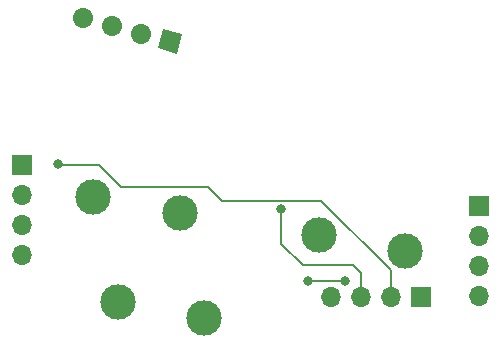
<source format=gbr>
G04 #@! TF.GenerationSoftware,KiCad,Pcbnew,(5.1.4)-1*
G04 #@! TF.CreationDate,2023-09-09T05:27:56-04:00*
G04 #@! TF.ProjectId,ThumbsUp,5468756d-6273-4557-902e-6b696361645f,rev?*
G04 #@! TF.SameCoordinates,Original*
G04 #@! TF.FileFunction,Copper,L1,Top*
G04 #@! TF.FilePolarity,Positive*
%FSLAX46Y46*%
G04 Gerber Fmt 4.6, Leading zero omitted, Abs format (unit mm)*
G04 Created by KiCad (PCBNEW (5.1.4)-1) date 2023-09-09 05:27:56*
%MOMM*%
%LPD*%
G04 APERTURE LIST*
%ADD10C,1.700000*%
%ADD11C,1.700000*%
%ADD12C,0.100000*%
%ADD13O,1.700000X1.700000*%
%ADD14R,1.700000X1.700000*%
%ADD15C,3.000000*%
%ADD16C,0.800000*%
%ADD17C,0.200000*%
G04 APERTURE END LIST*
D10*
X-85668748Y-341674931D03*
D11*
X-85668748Y-341674931D02*
X-85668748Y-341674931D01*
D10*
X-83215296Y-342332331D03*
D11*
X-83215296Y-342332331D02*
X-83215296Y-342332331D01*
D10*
X-80761845Y-342989732D03*
D11*
X-80761845Y-342989732D02*
X-80761845Y-342989732D01*
D10*
X-78308393Y-343647132D03*
D12*
G36*
X-77707352Y-344688165D02*
G01*
X-79349426Y-344248173D01*
X-78909434Y-342606099D01*
X-77267360Y-343046091D01*
X-77707352Y-344688165D01*
X-77707352Y-344688165D01*
G37*
D13*
X-90845511Y-361749102D03*
X-90845511Y-359209102D03*
X-90845511Y-356669102D03*
D14*
X-90845511Y-354129102D03*
D15*
X-65720455Y-360021918D03*
X-58420455Y-361371918D03*
X-84800000Y-356821918D03*
X-77500000Y-358171918D03*
D13*
X-52123013Y-365233573D03*
X-52123013Y-362693573D03*
X-52123013Y-360153573D03*
D14*
X-52123013Y-357613573D03*
D13*
X-64713868Y-365301045D03*
X-62173868Y-365301045D03*
X-59633868Y-365301045D03*
D14*
X-57093868Y-365301045D03*
D15*
X-75400000Y-367080000D03*
X-82700000Y-365730000D03*
D16*
X-68900000Y-357870000D03*
X-87760000Y-354060000D03*
X-66650000Y-363920000D03*
X-63490000Y-363920000D03*
D17*
X-62860000Y-362590000D02*
X-67080000Y-362590000D01*
X-68900000Y-358435685D02*
X-68900000Y-357870000D01*
X-62173868Y-365301045D02*
X-62173868Y-363276132D01*
X-67080000Y-362590000D02*
X-68900000Y-360770000D01*
X-62173868Y-363276132D02*
X-62860000Y-362590000D01*
X-68900000Y-360770000D02*
X-68900000Y-358435685D01*
X-84300000Y-354140000D02*
X-87680000Y-354140000D01*
X-73930000Y-357170000D02*
X-75080000Y-356020000D01*
X-75080000Y-356020000D02*
X-82420000Y-356020000D01*
X-87680000Y-354140000D02*
X-87760000Y-354060000D01*
X-65500000Y-357170000D02*
X-71760000Y-357170000D01*
X-71760000Y-357170000D02*
X-73930000Y-357170000D01*
X-82420000Y-356020000D02*
X-84300000Y-354140000D01*
X-59633868Y-363036132D02*
X-65500000Y-357170000D01*
X-59633868Y-365301045D02*
X-59633868Y-363036132D01*
X-63490000Y-363920000D02*
X-66650000Y-363920000D01*
M02*

</source>
